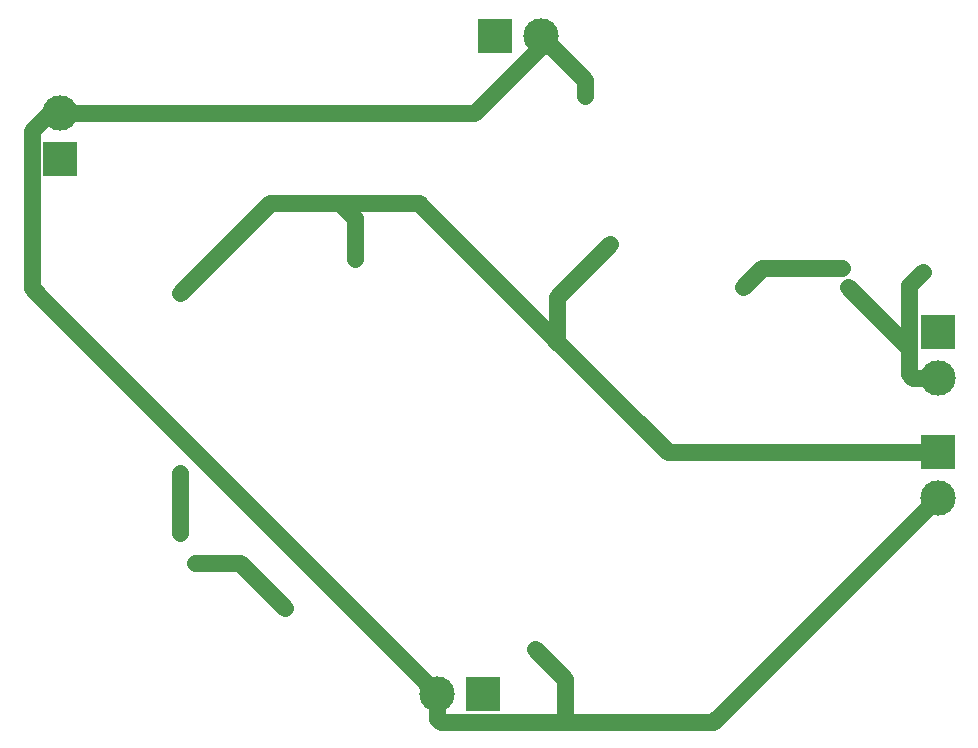
<source format=gbr>
%TF.GenerationSoftware,KiCad,Pcbnew,9.0.1*%
%TF.CreationDate,2025-05-28T17:40:13+05:30*%
%TF.ProjectId,3levelstepDownIter2,336c6576-656c-4737-9465-70446f776e49,rev?*%
%TF.SameCoordinates,Original*%
%TF.FileFunction,Copper,L2,Bot*%
%TF.FilePolarity,Positive*%
%FSLAX46Y46*%
G04 Gerber Fmt 4.6, Leading zero omitted, Abs format (unit mm)*
G04 Created by KiCad (PCBNEW 9.0.1) date 2025-05-28 17:40:13*
%MOMM*%
%LPD*%
G01*
G04 APERTURE LIST*
%TA.AperFunction,ComponentPad*%
%ADD10C,3.000000*%
%TD*%
%TA.AperFunction,ComponentPad*%
%ADD11R,3.000000X3.000000*%
%TD*%
%TA.AperFunction,ViaPad*%
%ADD12C,0.600000*%
%TD*%
%TA.AperFunction,Conductor*%
%ADD13C,1.400000*%
%TD*%
G04 APERTURE END LIST*
D10*
%TO.P,J4,2,Pin_2*%
%TO.N,GND*%
X82931000Y-70231000D03*
D11*
%TO.P,J4,1,Pin_1*%
%TO.N,Net-(J4-Pin_1)*%
X82931000Y-74111000D03*
%TD*%
%TO.P,J5,1,Pin_1*%
%TO.N,Net-(J5-Pin_1)*%
X157245000Y-88755000D03*
D10*
%TO.P,J5,2,Pin_2*%
%TO.N,GND*%
X157245000Y-92635000D03*
%TD*%
D11*
%TO.P,J1,1,Pin_1*%
%TO.N,Net-(J1-Pin_1)*%
X157245000Y-98915000D03*
D10*
%TO.P,J1,2,Pin_2*%
%TO.N,GND*%
X157245000Y-102795000D03*
%TD*%
D11*
%TO.P,J2,1,Pin_1*%
%TO.N,Net-(J2-Pin_1)*%
X119755000Y-63675000D03*
D10*
%TO.P,J2,2,Pin_2*%
%TO.N,GND*%
X123635000Y-63675000D03*
%TD*%
D11*
%TO.P,J3,1,Pin_1*%
%TO.N,Net-(J3-Pin_1)*%
X118775000Y-119380000D03*
D10*
%TO.P,J3,2,Pin_2*%
%TO.N,GND*%
X114895000Y-119380000D03*
%TD*%
D12*
%TO.N,GND*%
X93091000Y-100711000D03*
X123190000Y-115570000D03*
X155975000Y-83675000D03*
X127375000Y-68755000D03*
X93091000Y-105791000D03*
X149625000Y-84945000D03*
%TO.N,Net-(J1-Pin_1)*%
X107950000Y-82550000D03*
X93091000Y-85471000D03*
X131845000Y-96375000D03*
X107061000Y-77851000D03*
X129540000Y-81280000D03*
%TO.N,Net-(D3-K)*%
X94361000Y-108331000D03*
X101981000Y-112141000D03*
%TO.N,Net-(U5-FB)*%
X140735000Y-84945000D03*
X149164844Y-83344000D03*
%TD*%
D13*
%TO.N,GND*%
X114895000Y-119380000D02*
X114895000Y-121501320D01*
X82931000Y-70231000D02*
X118001000Y-70231000D01*
X123190000Y-115570000D02*
X125730000Y-118110000D01*
X114895000Y-121501320D02*
X115174680Y-121781000D01*
X154705000Y-90025000D02*
X154844000Y-90025000D01*
X127375000Y-68755000D02*
X127375000Y-67415000D01*
X149625000Y-84945000D02*
X154705000Y-90025000D01*
X80530000Y-85015000D02*
X114895000Y-119380000D01*
X80530000Y-71710000D02*
X80530000Y-85015000D01*
X123635000Y-64597000D02*
X123635000Y-63675000D01*
X154844000Y-92355320D02*
X155123680Y-92635000D01*
X155975000Y-83675000D02*
X154844000Y-84806000D01*
X125730000Y-118110000D02*
X125730000Y-121781000D01*
X115174680Y-121781000D02*
X125730000Y-121781000D01*
X82009000Y-70231000D02*
X80530000Y-71710000D01*
X118001000Y-70231000D02*
X123635000Y-64597000D01*
X125730000Y-121781000D02*
X138259000Y-121781000D01*
X93091000Y-105791000D02*
X93091000Y-100711000D01*
X154844000Y-84806000D02*
X154844000Y-90025000D01*
X127375000Y-67415000D02*
X123635000Y-63675000D01*
X155123680Y-92635000D02*
X157245000Y-92635000D01*
X154844000Y-90025000D02*
X154844000Y-92355320D01*
X138259000Y-121781000D02*
X157245000Y-102795000D01*
X82931000Y-70231000D02*
X82009000Y-70231000D01*
%TO.N,Net-(J1-Pin_1)*%
X134385000Y-98915000D02*
X131845000Y-96375000D01*
X106680000Y-77851000D02*
X107061000Y-77851000D01*
X125050000Y-89580000D02*
X131845000Y-96375000D01*
X102870000Y-77851000D02*
X113321000Y-77851000D01*
X107950000Y-79121000D02*
X106680000Y-77851000D01*
X157245000Y-98915000D02*
X134385000Y-98915000D01*
X93091000Y-85471000D02*
X100711000Y-77851000D01*
X125050000Y-85770000D02*
X125050000Y-89580000D01*
X113321000Y-77851000D02*
X125050000Y-89580000D01*
X107950000Y-82550000D02*
X107950000Y-79121000D01*
X102870000Y-77851000D02*
X106680000Y-77851000D01*
X129540000Y-81280000D02*
X125050000Y-85770000D01*
X100711000Y-77851000D02*
X102870000Y-77851000D01*
%TO.N,Net-(D3-K)*%
X94361000Y-108331000D02*
X98171000Y-108331000D01*
X98171000Y-108331000D02*
X101981000Y-112141000D01*
%TO.N,Net-(U5-FB)*%
X149164844Y-83344000D02*
X142336000Y-83344000D01*
X142336000Y-83344000D02*
X140735000Y-84945000D01*
%TD*%
M02*

</source>
